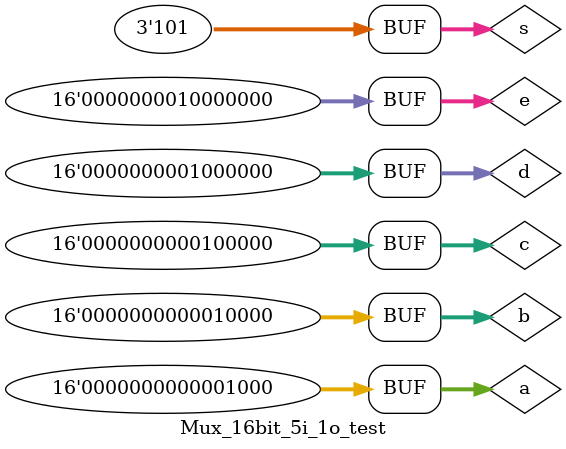
<source format=v>
`timescale 1ns / 1ps


module Mux_16bit_5i_1o_test;

	// Inputs
	reg [2:0] s;
	reg [15:0] a;
	reg [15:0] b;
	reg [15:0] c;
	reg [15:0] d;
	reg [15:0] e;

	// Outputs
	wire [15:0] r;

	// Instantiate the Unit Under Test (UUT)
	Mux_16bit_5i_1o uut (
		.s(s), 
		.a(a), 
		.b(b), 
		.c(c), 
		.d(d), 
		.e(e), 
		.r(r)
	);

	initial begin
		// Initialize Inputs
		s = 0;
		a = 8;
		b = 16;
		c = 32;
		d = 64;
		e = 128;

		// Wait 100 ns for global reset to finish
		#100;
		repeat (5) begin //S
			#100;
			//Test
			if(s == 0 && r != a)		// s = 0, choose a
				$display("fail");
			else if(s == 1 && r != b)	// s = 1, choose b
				$display("fail");
			else if(s == 2 && r != c)	// s = 2, choose c
				$display("fail");
			else if(s == 3 && r != d)	// s = 3, choose d
				$display("fail");
			else if(s == 4 && r != e)	// s = 4, choose e
				$display("fail");
			else
				$display("pass");
			s = s +1;
		end //End S
	end
      
endmodule


</source>
